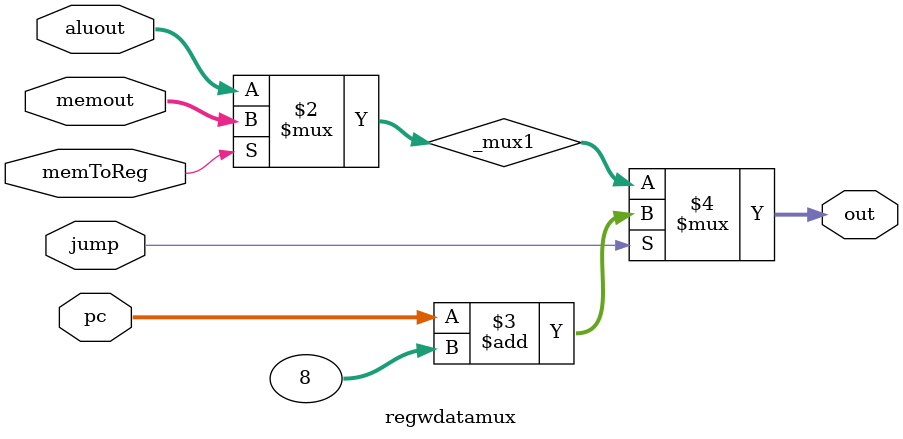
<source format=v>


module regwdatamux(
    input [31:0] aluout,
    input [31:0] memout,
    input [31:0] pc,
    input memToReg,
    input jump,
    output reg [31:0] out
);

reg [31:0] _mux1;

always @(*) begin
    _mux1 = memToReg ? memout : aluout;
    out = jump ? (pc + 8) : _mux1;
end


endmodule
</source>
